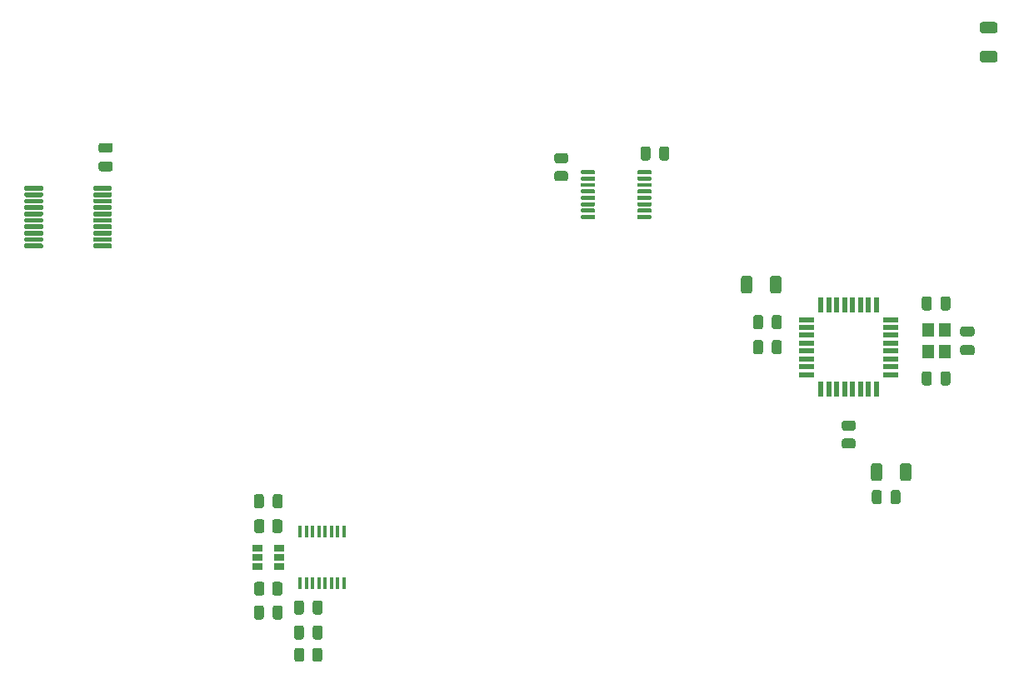
<source format=gbr>
%TF.GenerationSoftware,KiCad,Pcbnew,(5.1.8-0-10_14)*%
%TF.CreationDate,2021-12-04T19:42:54-08:00*%
%TF.ProjectId,Control,436f6e74-726f-46c2-9e6b-696361645f70,rev?*%
%TF.SameCoordinates,Original*%
%TF.FileFunction,Paste,Top*%
%TF.FilePolarity,Positive*%
%FSLAX46Y46*%
G04 Gerber Fmt 4.6, Leading zero omitted, Abs format (unit mm)*
G04 Created by KiCad (PCBNEW (5.1.8-0-10_14)) date 2021-12-04 19:42:54*
%MOMM*%
%LPD*%
G01*
G04 APERTURE LIST*
%ADD10R,0.550000X1.600000*%
%ADD11R,1.600000X0.550000*%
%ADD12R,1.200000X1.400000*%
%ADD13R,1.060000X0.650000*%
%ADD14R,0.400000X1.200000*%
G04 APERTURE END LIST*
%TO.C,C10*%
G36*
G01*
X124685000Y-82746000D02*
X125635000Y-82746000D01*
G75*
G02*
X125885000Y-82996000I0J-250000D01*
G01*
X125885000Y-83496000D01*
G75*
G02*
X125635000Y-83746000I-250000J0D01*
G01*
X124685000Y-83746000D01*
G75*
G02*
X124435000Y-83496000I0J250000D01*
G01*
X124435000Y-82996000D01*
G75*
G02*
X124685000Y-82746000I250000J0D01*
G01*
G37*
G36*
G01*
X124685000Y-80846000D02*
X125635000Y-80846000D01*
G75*
G02*
X125885000Y-81096000I0J-250000D01*
G01*
X125885000Y-81596000D01*
G75*
G02*
X125635000Y-81846000I-250000J0D01*
G01*
X124685000Y-81846000D01*
G75*
G02*
X124435000Y-81596000I0J250000D01*
G01*
X124435000Y-81096000D01*
G75*
G02*
X124685000Y-80846000I250000J0D01*
G01*
G37*
%TD*%
%TO.C,U3*%
G36*
G01*
X123900000Y-85592000D02*
X123900000Y-85342000D01*
G75*
G02*
X124025000Y-85217000I125000J0D01*
G01*
X125675000Y-85217000D01*
G75*
G02*
X125800000Y-85342000I0J-125000D01*
G01*
X125800000Y-85592000D01*
G75*
G02*
X125675000Y-85717000I-125000J0D01*
G01*
X124025000Y-85717000D01*
G75*
G02*
X123900000Y-85592000I0J125000D01*
G01*
G37*
G36*
G01*
X123900000Y-86242000D02*
X123900000Y-85992000D01*
G75*
G02*
X124025000Y-85867000I125000J0D01*
G01*
X125675000Y-85867000D01*
G75*
G02*
X125800000Y-85992000I0J-125000D01*
G01*
X125800000Y-86242000D01*
G75*
G02*
X125675000Y-86367000I-125000J0D01*
G01*
X124025000Y-86367000D01*
G75*
G02*
X123900000Y-86242000I0J125000D01*
G01*
G37*
G36*
G01*
X123900000Y-86892000D02*
X123900000Y-86642000D01*
G75*
G02*
X124025000Y-86517000I125000J0D01*
G01*
X125675000Y-86517000D01*
G75*
G02*
X125800000Y-86642000I0J-125000D01*
G01*
X125800000Y-86892000D01*
G75*
G02*
X125675000Y-87017000I-125000J0D01*
G01*
X124025000Y-87017000D01*
G75*
G02*
X123900000Y-86892000I0J125000D01*
G01*
G37*
G36*
G01*
X123900000Y-87542000D02*
X123900000Y-87292000D01*
G75*
G02*
X124025000Y-87167000I125000J0D01*
G01*
X125675000Y-87167000D01*
G75*
G02*
X125800000Y-87292000I0J-125000D01*
G01*
X125800000Y-87542000D01*
G75*
G02*
X125675000Y-87667000I-125000J0D01*
G01*
X124025000Y-87667000D01*
G75*
G02*
X123900000Y-87542000I0J125000D01*
G01*
G37*
G36*
G01*
X123900000Y-88192000D02*
X123900000Y-87942000D01*
G75*
G02*
X124025000Y-87817000I125000J0D01*
G01*
X125675000Y-87817000D01*
G75*
G02*
X125800000Y-87942000I0J-125000D01*
G01*
X125800000Y-88192000D01*
G75*
G02*
X125675000Y-88317000I-125000J0D01*
G01*
X124025000Y-88317000D01*
G75*
G02*
X123900000Y-88192000I0J125000D01*
G01*
G37*
G36*
G01*
X123900000Y-88842000D02*
X123900000Y-88592000D01*
G75*
G02*
X124025000Y-88467000I125000J0D01*
G01*
X125675000Y-88467000D01*
G75*
G02*
X125800000Y-88592000I0J-125000D01*
G01*
X125800000Y-88842000D01*
G75*
G02*
X125675000Y-88967000I-125000J0D01*
G01*
X124025000Y-88967000D01*
G75*
G02*
X123900000Y-88842000I0J125000D01*
G01*
G37*
G36*
G01*
X123900000Y-89492000D02*
X123900000Y-89242000D01*
G75*
G02*
X124025000Y-89117000I125000J0D01*
G01*
X125675000Y-89117000D01*
G75*
G02*
X125800000Y-89242000I0J-125000D01*
G01*
X125800000Y-89492000D01*
G75*
G02*
X125675000Y-89617000I-125000J0D01*
G01*
X124025000Y-89617000D01*
G75*
G02*
X123900000Y-89492000I0J125000D01*
G01*
G37*
G36*
G01*
X123900000Y-90142000D02*
X123900000Y-89892000D01*
G75*
G02*
X124025000Y-89767000I125000J0D01*
G01*
X125675000Y-89767000D01*
G75*
G02*
X125800000Y-89892000I0J-125000D01*
G01*
X125800000Y-90142000D01*
G75*
G02*
X125675000Y-90267000I-125000J0D01*
G01*
X124025000Y-90267000D01*
G75*
G02*
X123900000Y-90142000I0J125000D01*
G01*
G37*
G36*
G01*
X123900000Y-90792000D02*
X123900000Y-90542000D01*
G75*
G02*
X124025000Y-90417000I125000J0D01*
G01*
X125675000Y-90417000D01*
G75*
G02*
X125800000Y-90542000I0J-125000D01*
G01*
X125800000Y-90792000D01*
G75*
G02*
X125675000Y-90917000I-125000J0D01*
G01*
X124025000Y-90917000D01*
G75*
G02*
X123900000Y-90792000I0J125000D01*
G01*
G37*
G36*
G01*
X123900000Y-91442000D02*
X123900000Y-91192000D01*
G75*
G02*
X124025000Y-91067000I125000J0D01*
G01*
X125675000Y-91067000D01*
G75*
G02*
X125800000Y-91192000I0J-125000D01*
G01*
X125800000Y-91442000D01*
G75*
G02*
X125675000Y-91567000I-125000J0D01*
G01*
X124025000Y-91567000D01*
G75*
G02*
X123900000Y-91442000I0J125000D01*
G01*
G37*
G36*
G01*
X116900000Y-91442000D02*
X116900000Y-91192000D01*
G75*
G02*
X117025000Y-91067000I125000J0D01*
G01*
X118675000Y-91067000D01*
G75*
G02*
X118800000Y-91192000I0J-125000D01*
G01*
X118800000Y-91442000D01*
G75*
G02*
X118675000Y-91567000I-125000J0D01*
G01*
X117025000Y-91567000D01*
G75*
G02*
X116900000Y-91442000I0J125000D01*
G01*
G37*
G36*
G01*
X116900000Y-90792000D02*
X116900000Y-90542000D01*
G75*
G02*
X117025000Y-90417000I125000J0D01*
G01*
X118675000Y-90417000D01*
G75*
G02*
X118800000Y-90542000I0J-125000D01*
G01*
X118800000Y-90792000D01*
G75*
G02*
X118675000Y-90917000I-125000J0D01*
G01*
X117025000Y-90917000D01*
G75*
G02*
X116900000Y-90792000I0J125000D01*
G01*
G37*
G36*
G01*
X116900000Y-90142000D02*
X116900000Y-89892000D01*
G75*
G02*
X117025000Y-89767000I125000J0D01*
G01*
X118675000Y-89767000D01*
G75*
G02*
X118800000Y-89892000I0J-125000D01*
G01*
X118800000Y-90142000D01*
G75*
G02*
X118675000Y-90267000I-125000J0D01*
G01*
X117025000Y-90267000D01*
G75*
G02*
X116900000Y-90142000I0J125000D01*
G01*
G37*
G36*
G01*
X116900000Y-89492000D02*
X116900000Y-89242000D01*
G75*
G02*
X117025000Y-89117000I125000J0D01*
G01*
X118675000Y-89117000D01*
G75*
G02*
X118800000Y-89242000I0J-125000D01*
G01*
X118800000Y-89492000D01*
G75*
G02*
X118675000Y-89617000I-125000J0D01*
G01*
X117025000Y-89617000D01*
G75*
G02*
X116900000Y-89492000I0J125000D01*
G01*
G37*
G36*
G01*
X116900000Y-88842000D02*
X116900000Y-88592000D01*
G75*
G02*
X117025000Y-88467000I125000J0D01*
G01*
X118675000Y-88467000D01*
G75*
G02*
X118800000Y-88592000I0J-125000D01*
G01*
X118800000Y-88842000D01*
G75*
G02*
X118675000Y-88967000I-125000J0D01*
G01*
X117025000Y-88967000D01*
G75*
G02*
X116900000Y-88842000I0J125000D01*
G01*
G37*
G36*
G01*
X116900000Y-88192000D02*
X116900000Y-87942000D01*
G75*
G02*
X117025000Y-87817000I125000J0D01*
G01*
X118675000Y-87817000D01*
G75*
G02*
X118800000Y-87942000I0J-125000D01*
G01*
X118800000Y-88192000D01*
G75*
G02*
X118675000Y-88317000I-125000J0D01*
G01*
X117025000Y-88317000D01*
G75*
G02*
X116900000Y-88192000I0J125000D01*
G01*
G37*
G36*
G01*
X116900000Y-87542000D02*
X116900000Y-87292000D01*
G75*
G02*
X117025000Y-87167000I125000J0D01*
G01*
X118675000Y-87167000D01*
G75*
G02*
X118800000Y-87292000I0J-125000D01*
G01*
X118800000Y-87542000D01*
G75*
G02*
X118675000Y-87667000I-125000J0D01*
G01*
X117025000Y-87667000D01*
G75*
G02*
X116900000Y-87542000I0J125000D01*
G01*
G37*
G36*
G01*
X116900000Y-86892000D02*
X116900000Y-86642000D01*
G75*
G02*
X117025000Y-86517000I125000J0D01*
G01*
X118675000Y-86517000D01*
G75*
G02*
X118800000Y-86642000I0J-125000D01*
G01*
X118800000Y-86892000D01*
G75*
G02*
X118675000Y-87017000I-125000J0D01*
G01*
X117025000Y-87017000D01*
G75*
G02*
X116900000Y-86892000I0J125000D01*
G01*
G37*
G36*
G01*
X116900000Y-86242000D02*
X116900000Y-85992000D01*
G75*
G02*
X117025000Y-85867000I125000J0D01*
G01*
X118675000Y-85867000D01*
G75*
G02*
X118800000Y-85992000I0J-125000D01*
G01*
X118800000Y-86242000D01*
G75*
G02*
X118675000Y-86367000I-125000J0D01*
G01*
X117025000Y-86367000D01*
G75*
G02*
X116900000Y-86242000I0J125000D01*
G01*
G37*
G36*
G01*
X116900000Y-85592000D02*
X116900000Y-85342000D01*
G75*
G02*
X117025000Y-85217000I125000J0D01*
G01*
X118675000Y-85217000D01*
G75*
G02*
X118800000Y-85342000I0J-125000D01*
G01*
X118800000Y-85592000D01*
G75*
G02*
X118675000Y-85717000I-125000J0D01*
G01*
X117025000Y-85717000D01*
G75*
G02*
X116900000Y-85592000I0J125000D01*
G01*
G37*
%TD*%
%TO.C,C15*%
G36*
G01*
X210000000Y-105250000D02*
X210000000Y-104300000D01*
G75*
G02*
X210250000Y-104050000I250000J0D01*
G01*
X210750000Y-104050000D01*
G75*
G02*
X211000000Y-104300000I0J-250000D01*
G01*
X211000000Y-105250000D01*
G75*
G02*
X210750000Y-105500000I-250000J0D01*
G01*
X210250000Y-105500000D01*
G75*
G02*
X210000000Y-105250000I0J250000D01*
G01*
G37*
G36*
G01*
X208100000Y-105250000D02*
X208100000Y-104300000D01*
G75*
G02*
X208350000Y-104050000I250000J0D01*
G01*
X208850000Y-104050000D01*
G75*
G02*
X209100000Y-104300000I0J-250000D01*
G01*
X209100000Y-105250000D01*
G75*
G02*
X208850000Y-105500000I-250000J0D01*
G01*
X208350000Y-105500000D01*
G75*
G02*
X208100000Y-105250000I0J250000D01*
G01*
G37*
%TD*%
D10*
%TO.C,U4*%
X203460000Y-105850000D03*
X202660000Y-105850000D03*
X201860000Y-105850000D03*
X201060000Y-105850000D03*
X200260000Y-105850000D03*
X199460000Y-105850000D03*
X198660000Y-105850000D03*
X197860000Y-105850000D03*
D11*
X196410000Y-104400000D03*
X196410000Y-103600000D03*
X196410000Y-102800000D03*
X196410000Y-102000000D03*
X196410000Y-101200000D03*
X196410000Y-100400000D03*
X196410000Y-99600000D03*
X196410000Y-98800000D03*
D10*
X197860000Y-97350000D03*
X198660000Y-97350000D03*
X199460000Y-97350000D03*
X200260000Y-97350000D03*
X201060000Y-97350000D03*
X201860000Y-97350000D03*
X202660000Y-97350000D03*
X203460000Y-97350000D03*
D11*
X204910000Y-98800000D03*
X204910000Y-99600000D03*
X204910000Y-100400000D03*
X204910000Y-101200000D03*
X204910000Y-102000000D03*
X204910000Y-102800000D03*
X204910000Y-103600000D03*
X204910000Y-104400000D03*
%TD*%
D12*
%TO.C,Y1*%
X208700000Y-102065000D03*
X208700000Y-99865000D03*
X210400000Y-99865000D03*
X210400000Y-102065000D03*
%TD*%
D13*
%TO.C,U5*%
X140586000Y-122973000D03*
X140586000Y-123923000D03*
X140586000Y-122023000D03*
X142786000Y-122023000D03*
X142786000Y-122973000D03*
X142786000Y-123923000D03*
%TD*%
D14*
%TO.C,U2*%
X149369500Y-125573000D03*
X148734500Y-125573000D03*
X148099500Y-125573000D03*
X147464500Y-125573000D03*
X146829500Y-125573000D03*
X146194500Y-125573000D03*
X145559500Y-125573000D03*
X144924500Y-125573000D03*
X144924500Y-120373000D03*
X145559500Y-120373000D03*
X146194500Y-120373000D03*
X146829500Y-120373000D03*
X147464500Y-120373000D03*
X148099500Y-120373000D03*
X148734500Y-120373000D03*
X149369500Y-120373000D03*
%TD*%
%TO.C,U1*%
G36*
G01*
X179163000Y-83931000D02*
X179163000Y-83731000D01*
G75*
G02*
X179263000Y-83631000I100000J0D01*
G01*
X180538000Y-83631000D01*
G75*
G02*
X180638000Y-83731000I0J-100000D01*
G01*
X180638000Y-83931000D01*
G75*
G02*
X180538000Y-84031000I-100000J0D01*
G01*
X179263000Y-84031000D01*
G75*
G02*
X179163000Y-83931000I0J100000D01*
G01*
G37*
G36*
G01*
X179163000Y-84581000D02*
X179163000Y-84381000D01*
G75*
G02*
X179263000Y-84281000I100000J0D01*
G01*
X180538000Y-84281000D01*
G75*
G02*
X180638000Y-84381000I0J-100000D01*
G01*
X180638000Y-84581000D01*
G75*
G02*
X180538000Y-84681000I-100000J0D01*
G01*
X179263000Y-84681000D01*
G75*
G02*
X179163000Y-84581000I0J100000D01*
G01*
G37*
G36*
G01*
X179163000Y-85231000D02*
X179163000Y-85031000D01*
G75*
G02*
X179263000Y-84931000I100000J0D01*
G01*
X180538000Y-84931000D01*
G75*
G02*
X180638000Y-85031000I0J-100000D01*
G01*
X180638000Y-85231000D01*
G75*
G02*
X180538000Y-85331000I-100000J0D01*
G01*
X179263000Y-85331000D01*
G75*
G02*
X179163000Y-85231000I0J100000D01*
G01*
G37*
G36*
G01*
X179163000Y-85881000D02*
X179163000Y-85681000D01*
G75*
G02*
X179263000Y-85581000I100000J0D01*
G01*
X180538000Y-85581000D01*
G75*
G02*
X180638000Y-85681000I0J-100000D01*
G01*
X180638000Y-85881000D01*
G75*
G02*
X180538000Y-85981000I-100000J0D01*
G01*
X179263000Y-85981000D01*
G75*
G02*
X179163000Y-85881000I0J100000D01*
G01*
G37*
G36*
G01*
X179163000Y-86531000D02*
X179163000Y-86331000D01*
G75*
G02*
X179263000Y-86231000I100000J0D01*
G01*
X180538000Y-86231000D01*
G75*
G02*
X180638000Y-86331000I0J-100000D01*
G01*
X180638000Y-86531000D01*
G75*
G02*
X180538000Y-86631000I-100000J0D01*
G01*
X179263000Y-86631000D01*
G75*
G02*
X179163000Y-86531000I0J100000D01*
G01*
G37*
G36*
G01*
X179163000Y-87181000D02*
X179163000Y-86981000D01*
G75*
G02*
X179263000Y-86881000I100000J0D01*
G01*
X180538000Y-86881000D01*
G75*
G02*
X180638000Y-86981000I0J-100000D01*
G01*
X180638000Y-87181000D01*
G75*
G02*
X180538000Y-87281000I-100000J0D01*
G01*
X179263000Y-87281000D01*
G75*
G02*
X179163000Y-87181000I0J100000D01*
G01*
G37*
G36*
G01*
X179163000Y-87831000D02*
X179163000Y-87631000D01*
G75*
G02*
X179263000Y-87531000I100000J0D01*
G01*
X180538000Y-87531000D01*
G75*
G02*
X180638000Y-87631000I0J-100000D01*
G01*
X180638000Y-87831000D01*
G75*
G02*
X180538000Y-87931000I-100000J0D01*
G01*
X179263000Y-87931000D01*
G75*
G02*
X179163000Y-87831000I0J100000D01*
G01*
G37*
G36*
G01*
X179163000Y-88481000D02*
X179163000Y-88281000D01*
G75*
G02*
X179263000Y-88181000I100000J0D01*
G01*
X180538000Y-88181000D01*
G75*
G02*
X180638000Y-88281000I0J-100000D01*
G01*
X180638000Y-88481000D01*
G75*
G02*
X180538000Y-88581000I-100000J0D01*
G01*
X179263000Y-88581000D01*
G75*
G02*
X179163000Y-88481000I0J100000D01*
G01*
G37*
G36*
G01*
X173438000Y-88481000D02*
X173438000Y-88281000D01*
G75*
G02*
X173538000Y-88181000I100000J0D01*
G01*
X174813000Y-88181000D01*
G75*
G02*
X174913000Y-88281000I0J-100000D01*
G01*
X174913000Y-88481000D01*
G75*
G02*
X174813000Y-88581000I-100000J0D01*
G01*
X173538000Y-88581000D01*
G75*
G02*
X173438000Y-88481000I0J100000D01*
G01*
G37*
G36*
G01*
X173438000Y-87831000D02*
X173438000Y-87631000D01*
G75*
G02*
X173538000Y-87531000I100000J0D01*
G01*
X174813000Y-87531000D01*
G75*
G02*
X174913000Y-87631000I0J-100000D01*
G01*
X174913000Y-87831000D01*
G75*
G02*
X174813000Y-87931000I-100000J0D01*
G01*
X173538000Y-87931000D01*
G75*
G02*
X173438000Y-87831000I0J100000D01*
G01*
G37*
G36*
G01*
X173438000Y-87181000D02*
X173438000Y-86981000D01*
G75*
G02*
X173538000Y-86881000I100000J0D01*
G01*
X174813000Y-86881000D01*
G75*
G02*
X174913000Y-86981000I0J-100000D01*
G01*
X174913000Y-87181000D01*
G75*
G02*
X174813000Y-87281000I-100000J0D01*
G01*
X173538000Y-87281000D01*
G75*
G02*
X173438000Y-87181000I0J100000D01*
G01*
G37*
G36*
G01*
X173438000Y-86531000D02*
X173438000Y-86331000D01*
G75*
G02*
X173538000Y-86231000I100000J0D01*
G01*
X174813000Y-86231000D01*
G75*
G02*
X174913000Y-86331000I0J-100000D01*
G01*
X174913000Y-86531000D01*
G75*
G02*
X174813000Y-86631000I-100000J0D01*
G01*
X173538000Y-86631000D01*
G75*
G02*
X173438000Y-86531000I0J100000D01*
G01*
G37*
G36*
G01*
X173438000Y-85881000D02*
X173438000Y-85681000D01*
G75*
G02*
X173538000Y-85581000I100000J0D01*
G01*
X174813000Y-85581000D01*
G75*
G02*
X174913000Y-85681000I0J-100000D01*
G01*
X174913000Y-85881000D01*
G75*
G02*
X174813000Y-85981000I-100000J0D01*
G01*
X173538000Y-85981000D01*
G75*
G02*
X173438000Y-85881000I0J100000D01*
G01*
G37*
G36*
G01*
X173438000Y-85231000D02*
X173438000Y-85031000D01*
G75*
G02*
X173538000Y-84931000I100000J0D01*
G01*
X174813000Y-84931000D01*
G75*
G02*
X174913000Y-85031000I0J-100000D01*
G01*
X174913000Y-85231000D01*
G75*
G02*
X174813000Y-85331000I-100000J0D01*
G01*
X173538000Y-85331000D01*
G75*
G02*
X173438000Y-85231000I0J100000D01*
G01*
G37*
G36*
G01*
X173438000Y-84581000D02*
X173438000Y-84381000D01*
G75*
G02*
X173538000Y-84281000I100000J0D01*
G01*
X174813000Y-84281000D01*
G75*
G02*
X174913000Y-84381000I0J-100000D01*
G01*
X174913000Y-84581000D01*
G75*
G02*
X174813000Y-84681000I-100000J0D01*
G01*
X173538000Y-84681000D01*
G75*
G02*
X173438000Y-84581000I0J100000D01*
G01*
G37*
G36*
G01*
X173438000Y-83931000D02*
X173438000Y-83731000D01*
G75*
G02*
X173538000Y-83631000I100000J0D01*
G01*
X174813000Y-83631000D01*
G75*
G02*
X174913000Y-83731000I0J-100000D01*
G01*
X174913000Y-83931000D01*
G75*
G02*
X174813000Y-84031000I-100000J0D01*
G01*
X173538000Y-84031000D01*
G75*
G02*
X173438000Y-83931000I0J100000D01*
G01*
G37*
%TD*%
%TO.C,R7*%
G36*
G01*
X142086000Y-126598001D02*
X142086000Y-125697999D01*
G75*
G02*
X142335999Y-125448000I249999J0D01*
G01*
X142861001Y-125448000D01*
G75*
G02*
X143111000Y-125697999I0J-249999D01*
G01*
X143111000Y-126598001D01*
G75*
G02*
X142861001Y-126848000I-249999J0D01*
G01*
X142335999Y-126848000D01*
G75*
G02*
X142086000Y-126598001I0J249999D01*
G01*
G37*
G36*
G01*
X140261000Y-126598001D02*
X140261000Y-125697999D01*
G75*
G02*
X140510999Y-125448000I249999J0D01*
G01*
X141036001Y-125448000D01*
G75*
G02*
X141286000Y-125697999I0J-249999D01*
G01*
X141286000Y-126598001D01*
G75*
G02*
X141036001Y-126848000I-249999J0D01*
G01*
X140510999Y-126848000D01*
G75*
G02*
X140261000Y-126598001I0J249999D01*
G01*
G37*
%TD*%
%TO.C,R6*%
G36*
G01*
X142086000Y-120248001D02*
X142086000Y-119347999D01*
G75*
G02*
X142335999Y-119098000I249999J0D01*
G01*
X142861001Y-119098000D01*
G75*
G02*
X143111000Y-119347999I0J-249999D01*
G01*
X143111000Y-120248001D01*
G75*
G02*
X142861001Y-120498000I-249999J0D01*
G01*
X142335999Y-120498000D01*
G75*
G02*
X142086000Y-120248001I0J249999D01*
G01*
G37*
G36*
G01*
X140261000Y-120248001D02*
X140261000Y-119347999D01*
G75*
G02*
X140510999Y-119098000I249999J0D01*
G01*
X141036001Y-119098000D01*
G75*
G02*
X141286000Y-119347999I0J-249999D01*
G01*
X141286000Y-120248001D01*
G75*
G02*
X141036001Y-120498000I-249999J0D01*
G01*
X140510999Y-120498000D01*
G75*
G02*
X140261000Y-120248001I0J249999D01*
G01*
G37*
%TD*%
%TO.C,R3*%
G36*
G01*
X201110001Y-110090000D02*
X200209999Y-110090000D01*
G75*
G02*
X199960000Y-109840001I0J249999D01*
G01*
X199960000Y-109314999D01*
G75*
G02*
X200209999Y-109065000I249999J0D01*
G01*
X201110001Y-109065000D01*
G75*
G02*
X201360000Y-109314999I0J-249999D01*
G01*
X201360000Y-109840001D01*
G75*
G02*
X201110001Y-110090000I-249999J0D01*
G01*
G37*
G36*
G01*
X201110001Y-111915000D02*
X200209999Y-111915000D01*
G75*
G02*
X199960000Y-111665001I0J249999D01*
G01*
X199960000Y-111139999D01*
G75*
G02*
X200209999Y-110890000I249999J0D01*
G01*
X201110001Y-110890000D01*
G75*
G02*
X201360000Y-111139999I0J-249999D01*
G01*
X201360000Y-111665001D01*
G75*
G02*
X201110001Y-111915000I-249999J0D01*
G01*
G37*
%TD*%
%TO.C,R2*%
G36*
G01*
X146150000Y-133329001D02*
X146150000Y-132428999D01*
G75*
G02*
X146399999Y-132179000I249999J0D01*
G01*
X146925001Y-132179000D01*
G75*
G02*
X147175000Y-132428999I0J-249999D01*
G01*
X147175000Y-133329001D01*
G75*
G02*
X146925001Y-133579000I-249999J0D01*
G01*
X146399999Y-133579000D01*
G75*
G02*
X146150000Y-133329001I0J249999D01*
G01*
G37*
G36*
G01*
X144325000Y-133329001D02*
X144325000Y-132428999D01*
G75*
G02*
X144574999Y-132179000I249999J0D01*
G01*
X145100001Y-132179000D01*
G75*
G02*
X145350000Y-132428999I0J-249999D01*
G01*
X145350000Y-133329001D01*
G75*
G02*
X145100001Y-133579000I-249999J0D01*
G01*
X144574999Y-133579000D01*
G75*
G02*
X144325000Y-133329001I0J249999D01*
G01*
G37*
%TD*%
%TO.C,R1*%
G36*
G01*
X171900001Y-82912000D02*
X170999999Y-82912000D01*
G75*
G02*
X170750000Y-82662001I0J249999D01*
G01*
X170750000Y-82136999D01*
G75*
G02*
X170999999Y-81887000I249999J0D01*
G01*
X171900001Y-81887000D01*
G75*
G02*
X172150000Y-82136999I0J-249999D01*
G01*
X172150000Y-82662001D01*
G75*
G02*
X171900001Y-82912000I-249999J0D01*
G01*
G37*
G36*
G01*
X171900001Y-84737000D02*
X170999999Y-84737000D01*
G75*
G02*
X170750000Y-84487001I0J249999D01*
G01*
X170750000Y-83961999D01*
G75*
G02*
X170999999Y-83712000I249999J0D01*
G01*
X171900001Y-83712000D01*
G75*
G02*
X172150000Y-83961999I0J-249999D01*
G01*
X172150000Y-84487001D01*
G75*
G02*
X171900001Y-84737000I-249999J0D01*
G01*
G37*
%TD*%
%TO.C,C14*%
G36*
G01*
X190870000Y-94599999D02*
X190870000Y-95900001D01*
G75*
G02*
X190620001Y-96150000I-249999J0D01*
G01*
X189969999Y-96150000D01*
G75*
G02*
X189720000Y-95900001I0J249999D01*
G01*
X189720000Y-94599999D01*
G75*
G02*
X189969999Y-94350000I249999J0D01*
G01*
X190620001Y-94350000D01*
G75*
G02*
X190870000Y-94599999I0J-249999D01*
G01*
G37*
G36*
G01*
X193820000Y-94599999D02*
X193820000Y-95900001D01*
G75*
G02*
X193570001Y-96150000I-249999J0D01*
G01*
X192919999Y-96150000D01*
G75*
G02*
X192670000Y-95900001I0J249999D01*
G01*
X192670000Y-94599999D01*
G75*
G02*
X192919999Y-94350000I249999J0D01*
G01*
X193570001Y-94350000D01*
G75*
G02*
X193820000Y-94599999I0J-249999D01*
G01*
G37*
%TD*%
%TO.C,C13*%
G36*
G01*
X205878000Y-114950001D02*
X205878000Y-113649999D01*
G75*
G02*
X206127999Y-113400000I249999J0D01*
G01*
X206778001Y-113400000D01*
G75*
G02*
X207028000Y-113649999I0J-249999D01*
G01*
X207028000Y-114950001D01*
G75*
G02*
X206778001Y-115200000I-249999J0D01*
G01*
X206127999Y-115200000D01*
G75*
G02*
X205878000Y-114950001I0J249999D01*
G01*
G37*
G36*
G01*
X202928000Y-114950001D02*
X202928000Y-113649999D01*
G75*
G02*
X203177999Y-113400000I249999J0D01*
G01*
X203828001Y-113400000D01*
G75*
G02*
X204078000Y-113649999I0J-249999D01*
G01*
X204078000Y-114950001D01*
G75*
G02*
X203828001Y-115200000I-249999J0D01*
G01*
X203177999Y-115200000D01*
G75*
G02*
X202928000Y-114950001I0J249999D01*
G01*
G37*
%TD*%
%TO.C,C12*%
G36*
G01*
X214233999Y-71512000D02*
X215534001Y-71512000D01*
G75*
G02*
X215784000Y-71761999I0J-249999D01*
G01*
X215784000Y-72412001D01*
G75*
G02*
X215534001Y-72662000I-249999J0D01*
G01*
X214233999Y-72662000D01*
G75*
G02*
X213984000Y-72412001I0J249999D01*
G01*
X213984000Y-71761999D01*
G75*
G02*
X214233999Y-71512000I249999J0D01*
G01*
G37*
G36*
G01*
X214233999Y-68562000D02*
X215534001Y-68562000D01*
G75*
G02*
X215784000Y-68811999I0J-249999D01*
G01*
X215784000Y-69462001D01*
G75*
G02*
X215534001Y-69712000I-249999J0D01*
G01*
X214233999Y-69712000D01*
G75*
G02*
X213984000Y-69462001I0J249999D01*
G01*
X213984000Y-68811999D01*
G75*
G02*
X214233999Y-68562000I249999J0D01*
G01*
G37*
%TD*%
%TO.C,C11*%
G36*
G01*
X192855000Y-99535000D02*
X192855000Y-98585000D01*
G75*
G02*
X193105000Y-98335000I250000J0D01*
G01*
X193605000Y-98335000D01*
G75*
G02*
X193855000Y-98585000I0J-250000D01*
G01*
X193855000Y-99535000D01*
G75*
G02*
X193605000Y-99785000I-250000J0D01*
G01*
X193105000Y-99785000D01*
G75*
G02*
X192855000Y-99535000I0J250000D01*
G01*
G37*
G36*
G01*
X190955000Y-99535000D02*
X190955000Y-98585000D01*
G75*
G02*
X191205000Y-98335000I250000J0D01*
G01*
X191705000Y-98335000D01*
G75*
G02*
X191955000Y-98585000I0J-250000D01*
G01*
X191955000Y-99535000D01*
G75*
G02*
X191705000Y-99785000I-250000J0D01*
G01*
X191205000Y-99785000D01*
G75*
G02*
X190955000Y-99535000I0J250000D01*
G01*
G37*
%TD*%
%TO.C,C9*%
G36*
G01*
X191955000Y-101125000D02*
X191955000Y-102075000D01*
G75*
G02*
X191705000Y-102325000I-250000J0D01*
G01*
X191205000Y-102325000D01*
G75*
G02*
X190955000Y-102075000I0J250000D01*
G01*
X190955000Y-101125000D01*
G75*
G02*
X191205000Y-100875000I250000J0D01*
G01*
X191705000Y-100875000D01*
G75*
G02*
X191955000Y-101125000I0J-250000D01*
G01*
G37*
G36*
G01*
X193855000Y-101125000D02*
X193855000Y-102075000D01*
G75*
G02*
X193605000Y-102325000I-250000J0D01*
G01*
X193105000Y-102325000D01*
G75*
G02*
X192855000Y-102075000I0J250000D01*
G01*
X192855000Y-101125000D01*
G75*
G02*
X193105000Y-100875000I250000J0D01*
G01*
X193605000Y-100875000D01*
G75*
G02*
X193855000Y-101125000I0J-250000D01*
G01*
G37*
%TD*%
%TO.C,C8*%
G36*
G01*
X209100000Y-96680000D02*
X209100000Y-97630000D01*
G75*
G02*
X208850000Y-97880000I-250000J0D01*
G01*
X208350000Y-97880000D01*
G75*
G02*
X208100000Y-97630000I0J250000D01*
G01*
X208100000Y-96680000D01*
G75*
G02*
X208350000Y-96430000I250000J0D01*
G01*
X208850000Y-96430000D01*
G75*
G02*
X209100000Y-96680000I0J-250000D01*
G01*
G37*
G36*
G01*
X211000000Y-96680000D02*
X211000000Y-97630000D01*
G75*
G02*
X210750000Y-97880000I-250000J0D01*
G01*
X210250000Y-97880000D01*
G75*
G02*
X210000000Y-97630000I0J250000D01*
G01*
X210000000Y-96680000D01*
G75*
G02*
X210250000Y-96430000I250000J0D01*
G01*
X210750000Y-96430000D01*
G75*
G02*
X211000000Y-96680000I0J-250000D01*
G01*
G37*
%TD*%
%TO.C,C7*%
G36*
G01*
X213200000Y-100515000D02*
X212250000Y-100515000D01*
G75*
G02*
X212000000Y-100265000I0J250000D01*
G01*
X212000000Y-99765000D01*
G75*
G02*
X212250000Y-99515000I250000J0D01*
G01*
X213200000Y-99515000D01*
G75*
G02*
X213450000Y-99765000I0J-250000D01*
G01*
X213450000Y-100265000D01*
G75*
G02*
X213200000Y-100515000I-250000J0D01*
G01*
G37*
G36*
G01*
X213200000Y-102415000D02*
X212250000Y-102415000D01*
G75*
G02*
X212000000Y-102165000I0J250000D01*
G01*
X212000000Y-101665000D01*
G75*
G02*
X212250000Y-101415000I250000J0D01*
G01*
X213200000Y-101415000D01*
G75*
G02*
X213450000Y-101665000I0J-250000D01*
G01*
X213450000Y-102165000D01*
G75*
G02*
X213200000Y-102415000I-250000J0D01*
G01*
G37*
%TD*%
%TO.C,C6*%
G36*
G01*
X145300000Y-130118000D02*
X145300000Y-131068000D01*
G75*
G02*
X145050000Y-131318000I-250000J0D01*
G01*
X144550000Y-131318000D01*
G75*
G02*
X144300000Y-131068000I0J250000D01*
G01*
X144300000Y-130118000D01*
G75*
G02*
X144550000Y-129868000I250000J0D01*
G01*
X145050000Y-129868000D01*
G75*
G02*
X145300000Y-130118000I0J-250000D01*
G01*
G37*
G36*
G01*
X147200000Y-130118000D02*
X147200000Y-131068000D01*
G75*
G02*
X146950000Y-131318000I-250000J0D01*
G01*
X146450000Y-131318000D01*
G75*
G02*
X146200000Y-131068000I0J250000D01*
G01*
X146200000Y-130118000D01*
G75*
G02*
X146450000Y-129868000I250000J0D01*
G01*
X146950000Y-129868000D01*
G75*
G02*
X147200000Y-130118000I0J-250000D01*
G01*
G37*
%TD*%
%TO.C,C5*%
G36*
G01*
X204020000Y-116365000D02*
X204020000Y-117315000D01*
G75*
G02*
X203770000Y-117565000I-250000J0D01*
G01*
X203270000Y-117565000D01*
G75*
G02*
X203020000Y-117315000I0J250000D01*
G01*
X203020000Y-116365000D01*
G75*
G02*
X203270000Y-116115000I250000J0D01*
G01*
X203770000Y-116115000D01*
G75*
G02*
X204020000Y-116365000I0J-250000D01*
G01*
G37*
G36*
G01*
X205920000Y-116365000D02*
X205920000Y-117315000D01*
G75*
G02*
X205670000Y-117565000I-250000J0D01*
G01*
X205170000Y-117565000D01*
G75*
G02*
X204920000Y-117315000I0J250000D01*
G01*
X204920000Y-116365000D01*
G75*
G02*
X205170000Y-116115000I250000J0D01*
G01*
X205670000Y-116115000D01*
G75*
G02*
X205920000Y-116365000I0J-250000D01*
G01*
G37*
%TD*%
%TO.C,C4*%
G36*
G01*
X145300000Y-127578000D02*
X145300000Y-128528000D01*
G75*
G02*
X145050000Y-128778000I-250000J0D01*
G01*
X144550000Y-128778000D01*
G75*
G02*
X144300000Y-128528000I0J250000D01*
G01*
X144300000Y-127578000D01*
G75*
G02*
X144550000Y-127328000I250000J0D01*
G01*
X145050000Y-127328000D01*
G75*
G02*
X145300000Y-127578000I0J-250000D01*
G01*
G37*
G36*
G01*
X147200000Y-127578000D02*
X147200000Y-128528000D01*
G75*
G02*
X146950000Y-128778000I-250000J0D01*
G01*
X146450000Y-128778000D01*
G75*
G02*
X146200000Y-128528000I0J250000D01*
G01*
X146200000Y-127578000D01*
G75*
G02*
X146450000Y-127328000I250000J0D01*
G01*
X146950000Y-127328000D01*
G75*
G02*
X147200000Y-127578000I0J-250000D01*
G01*
G37*
%TD*%
%TO.C,C3*%
G36*
G01*
X180525000Y-81440000D02*
X180525000Y-82390000D01*
G75*
G02*
X180275000Y-82640000I-250000J0D01*
G01*
X179775000Y-82640000D01*
G75*
G02*
X179525000Y-82390000I0J250000D01*
G01*
X179525000Y-81440000D01*
G75*
G02*
X179775000Y-81190000I250000J0D01*
G01*
X180275000Y-81190000D01*
G75*
G02*
X180525000Y-81440000I0J-250000D01*
G01*
G37*
G36*
G01*
X182425000Y-81440000D02*
X182425000Y-82390000D01*
G75*
G02*
X182175000Y-82640000I-250000J0D01*
G01*
X181675000Y-82640000D01*
G75*
G02*
X181425000Y-82390000I0J250000D01*
G01*
X181425000Y-81440000D01*
G75*
G02*
X181675000Y-81190000I250000J0D01*
G01*
X182175000Y-81190000D01*
G75*
G02*
X182425000Y-81440000I0J-250000D01*
G01*
G37*
%TD*%
%TO.C,C2*%
G36*
G01*
X141236000Y-116783000D02*
X141236000Y-117733000D01*
G75*
G02*
X140986000Y-117983000I-250000J0D01*
G01*
X140486000Y-117983000D01*
G75*
G02*
X140236000Y-117733000I0J250000D01*
G01*
X140236000Y-116783000D01*
G75*
G02*
X140486000Y-116533000I250000J0D01*
G01*
X140986000Y-116533000D01*
G75*
G02*
X141236000Y-116783000I0J-250000D01*
G01*
G37*
G36*
G01*
X143136000Y-116783000D02*
X143136000Y-117733000D01*
G75*
G02*
X142886000Y-117983000I-250000J0D01*
G01*
X142386000Y-117983000D01*
G75*
G02*
X142136000Y-117733000I0J250000D01*
G01*
X142136000Y-116783000D01*
G75*
G02*
X142386000Y-116533000I250000J0D01*
G01*
X142886000Y-116533000D01*
G75*
G02*
X143136000Y-116783000I0J-250000D01*
G01*
G37*
%TD*%
%TO.C,C1*%
G36*
G01*
X141236000Y-128086000D02*
X141236000Y-129036000D01*
G75*
G02*
X140986000Y-129286000I-250000J0D01*
G01*
X140486000Y-129286000D01*
G75*
G02*
X140236000Y-129036000I0J250000D01*
G01*
X140236000Y-128086000D01*
G75*
G02*
X140486000Y-127836000I250000J0D01*
G01*
X140986000Y-127836000D01*
G75*
G02*
X141236000Y-128086000I0J-250000D01*
G01*
G37*
G36*
G01*
X143136000Y-128086000D02*
X143136000Y-129036000D01*
G75*
G02*
X142886000Y-129286000I-250000J0D01*
G01*
X142386000Y-129286000D01*
G75*
G02*
X142136000Y-129036000I0J250000D01*
G01*
X142136000Y-128086000D01*
G75*
G02*
X142386000Y-127836000I250000J0D01*
G01*
X142886000Y-127836000D01*
G75*
G02*
X143136000Y-128086000I0J-250000D01*
G01*
G37*
%TD*%
M02*

</source>
